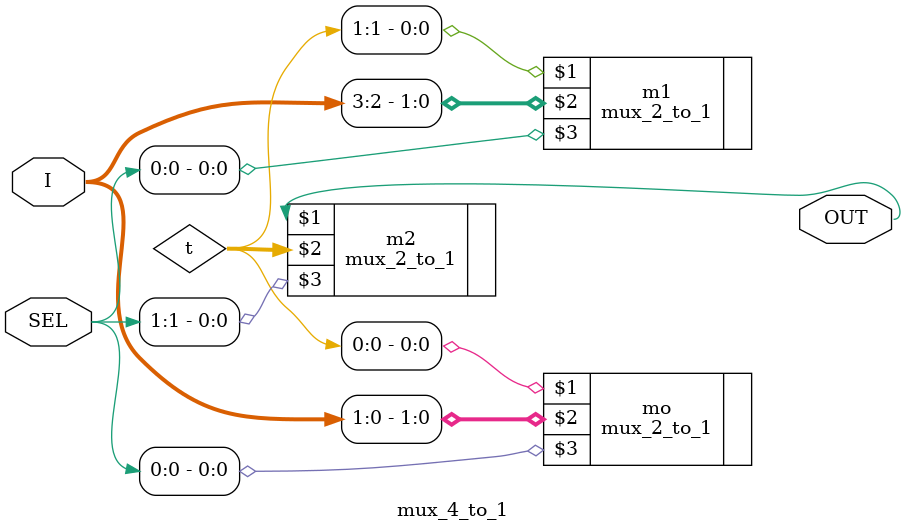
<source format=v>
`timescale 1ns / 1ps


module mux_4_to_1(OUT, I,SEL);

    output OUT;
    input [3:0]I;
    input [1:0]SEL;
    wire [1:0]t;
    mux_2_to_1 mo(t[0],I[1:0],SEL[0]);
    mux_2_to_1 m1(t[1],I[3:2],SEL[0]);
    mux_2_to_1 m2(OUT, t[1:0],SEL[1]);
endmodule

</source>
